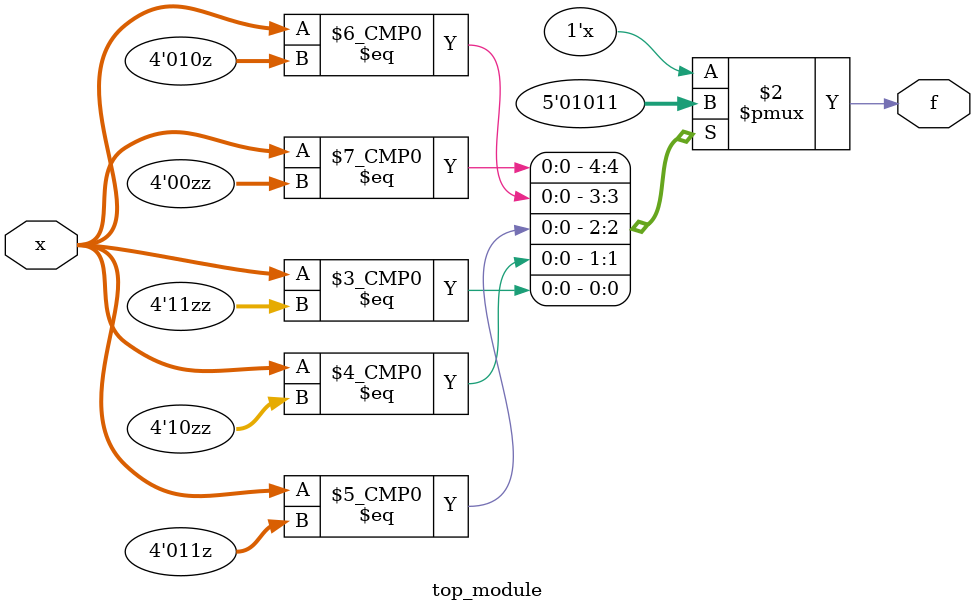
<source format=sv>
module top_module (
    input [4:1] x,
    output logic f
);

always_comb begin
    case (x)
        4'b00??: f = 0;
        4'b010?: f = 1;
        4'b011?: f = 0;
        4'b10??: f = 1;
        4'b11??: f = 1;
        default: f = 0;
    endcase
end

endmodule

</source>
